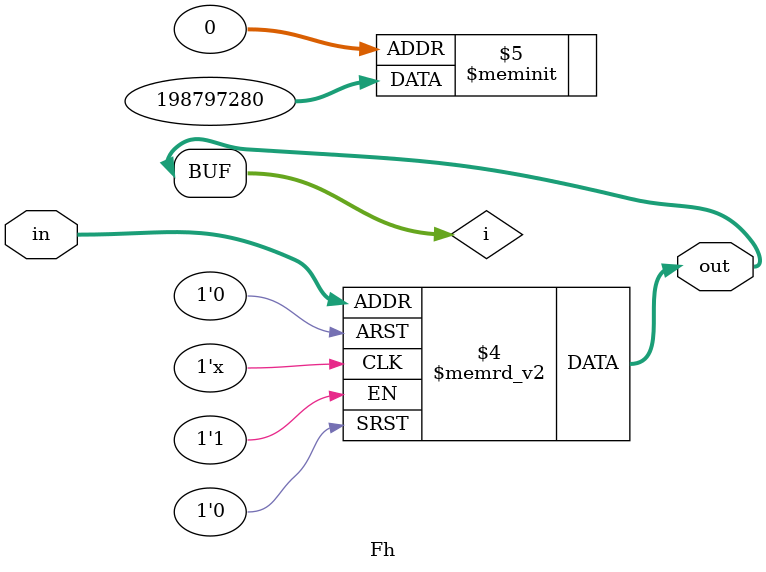
<source format=v>
/******************************************************************************

  Функция Fh для ядра DST40.

  Реализована полностью комбинаторно.

******************************************************************************/

module Fh
(
  input   [3:0] in,
  output  [1:0] out
);


reg [1:0] i;

assign  out = i;

always  @( in )
begin
  case( in )
    4'b 0000: i = 2'b 00;
    4'b 0001: i = 2'b 00;
    4'b 0010: i = 2'b 10;
    4'b 0011: i = 2'b 11;
    4'b 0100: i = 2'b 11;
    4'b 0101: i = 2'b 01;
    4'b 0110: i = 2'b 10;
    4'b 0111: i = 2'b 01;
    4'b 1000: i = 2'b 01;
    4'b 1001: i = 2'b 10;
    4'b 1010: i = 2'b 01;
    4'b 1011: i = 2'b 11;
    4'b 1100: i = 2'b 11;
    4'b 1101: i = 2'b 10;
    4'b 1110: i = 2'b 00;
    default : i = 2'b 00;
  endcase
end


endmodule

</source>
